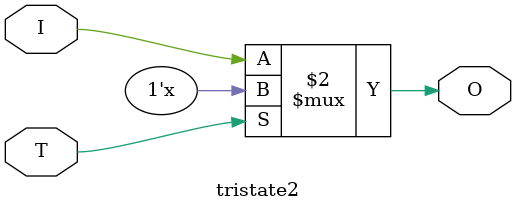
<source format=v>
module tristate2(
  input I,T,
  output O
);
  assign O = (~T) ? I: 1'bZ;

endmodule

  

</source>
